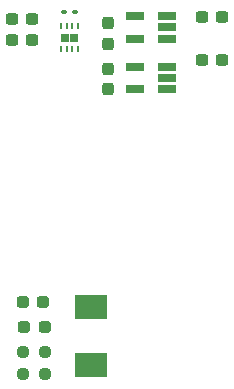
<source format=gtp>
%TF.GenerationSoftware,KiCad,Pcbnew,(6.0.1)*%
%TF.CreationDate,2022-08-20T19:26:56-07:00*%
%TF.ProjectId,frame_board,6672616d-655f-4626-9f61-72642e6b6963,rev?*%
%TF.SameCoordinates,Original*%
%TF.FileFunction,Paste,Top*%
%TF.FilePolarity,Positive*%
%FSLAX46Y46*%
G04 Gerber Fmt 4.6, Leading zero omitted, Abs format (unit mm)*
G04 Created by KiCad (PCBNEW (6.0.1)) date 2022-08-20 19:26:56*
%MOMM*%
%LPD*%
G01*
G04 APERTURE LIST*
G04 Aperture macros list*
%AMRoundRect*
0 Rectangle with rounded corners*
0 $1 Rounding radius*
0 $2 $3 $4 $5 $6 $7 $8 $9 X,Y pos of 4 corners*
0 Add a 4 corners polygon primitive as box body*
4,1,4,$2,$3,$4,$5,$6,$7,$8,$9,$2,$3,0*
0 Add four circle primitives for the rounded corners*
1,1,$1+$1,$2,$3*
1,1,$1+$1,$4,$5*
1,1,$1+$1,$6,$7*
1,1,$1+$1,$8,$9*
0 Add four rect primitives between the rounded corners*
20,1,$1+$1,$2,$3,$4,$5,0*
20,1,$1+$1,$4,$5,$6,$7,0*
20,1,$1+$1,$6,$7,$8,$9,0*
20,1,$1+$1,$8,$9,$2,$3,0*%
G04 Aperture macros list end*
%ADD10R,0.650000X0.750000*%
%ADD11R,0.250000X0.500000*%
%ADD12RoundRect,0.237500X-0.250000X-0.237500X0.250000X-0.237500X0.250000X0.237500X-0.250000X0.237500X0*%
%ADD13RoundRect,0.237500X0.287500X0.237500X-0.287500X0.237500X-0.287500X-0.237500X0.287500X-0.237500X0*%
%ADD14R,1.560000X0.650000*%
%ADD15RoundRect,0.090000X-0.139000X-0.090000X0.139000X-0.090000X0.139000X0.090000X-0.139000X0.090000X0*%
%ADD16R,2.800000X2.150000*%
%ADD17RoundRect,0.237500X-0.300000X-0.237500X0.300000X-0.237500X0.300000X0.237500X-0.300000X0.237500X0*%
%ADD18RoundRect,0.237500X-0.237500X0.300000X-0.237500X-0.300000X0.237500X-0.300000X0.237500X0.300000X0*%
%ADD19RoundRect,0.237500X0.300000X0.237500X-0.300000X0.237500X-0.300000X-0.237500X0.300000X-0.237500X0*%
G04 APERTURE END LIST*
D10*
X159312458Y-105800000D03*
X158512458Y-105800000D03*
D11*
X159662458Y-104850000D03*
X159162458Y-104850000D03*
X158662458Y-104850000D03*
X158162458Y-104850000D03*
X158162458Y-106750000D03*
X158662458Y-106750000D03*
X159162458Y-106750000D03*
X159662458Y-106750000D03*
D12*
X154975000Y-134300000D03*
X156800000Y-134300000D03*
X154987500Y-132400000D03*
X156812500Y-132400000D03*
D13*
X156700000Y-128200000D03*
X154950000Y-128200000D03*
X156800000Y-130300000D03*
X155050000Y-130300000D03*
D14*
X167125000Y-105900000D03*
X167125000Y-104950000D03*
X167125000Y-104000000D03*
X164425000Y-104000000D03*
X164425000Y-105900000D03*
X164425000Y-110200000D03*
X164425000Y-108300000D03*
X167125000Y-108300000D03*
X167125000Y-109250000D03*
X167125000Y-110200000D03*
D15*
X159337458Y-103600000D03*
X158472458Y-103600000D03*
D16*
X160700000Y-128645000D03*
X160700000Y-133555000D03*
D17*
X155762500Y-106000000D03*
X154037500Y-106000000D03*
D18*
X162200000Y-104600000D03*
X162200000Y-106325000D03*
D19*
X171862500Y-107700000D03*
X170137500Y-107700000D03*
D17*
X154037500Y-104200000D03*
X155762500Y-104200000D03*
D18*
X162200000Y-108437500D03*
X162200000Y-110162500D03*
D19*
X171862500Y-104100000D03*
X170137500Y-104100000D03*
M02*

</source>
